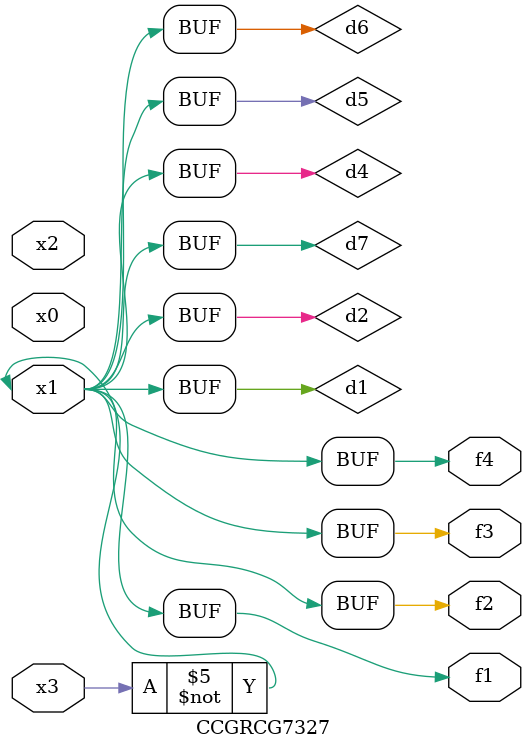
<source format=v>
module CCGRCG7327(
	input x0, x1, x2, x3,
	output f1, f2, f3, f4
);

	wire d1, d2, d3, d4, d5, d6, d7;

	not (d1, x3);
	buf (d2, x1);
	xnor (d3, d1, d2);
	nor (d4, d1);
	buf (d5, d1, d2);
	buf (d6, d4, d5);
	nand (d7, d4);
	assign f1 = d6;
	assign f2 = d7;
	assign f3 = d6;
	assign f4 = d6;
endmodule

</source>
